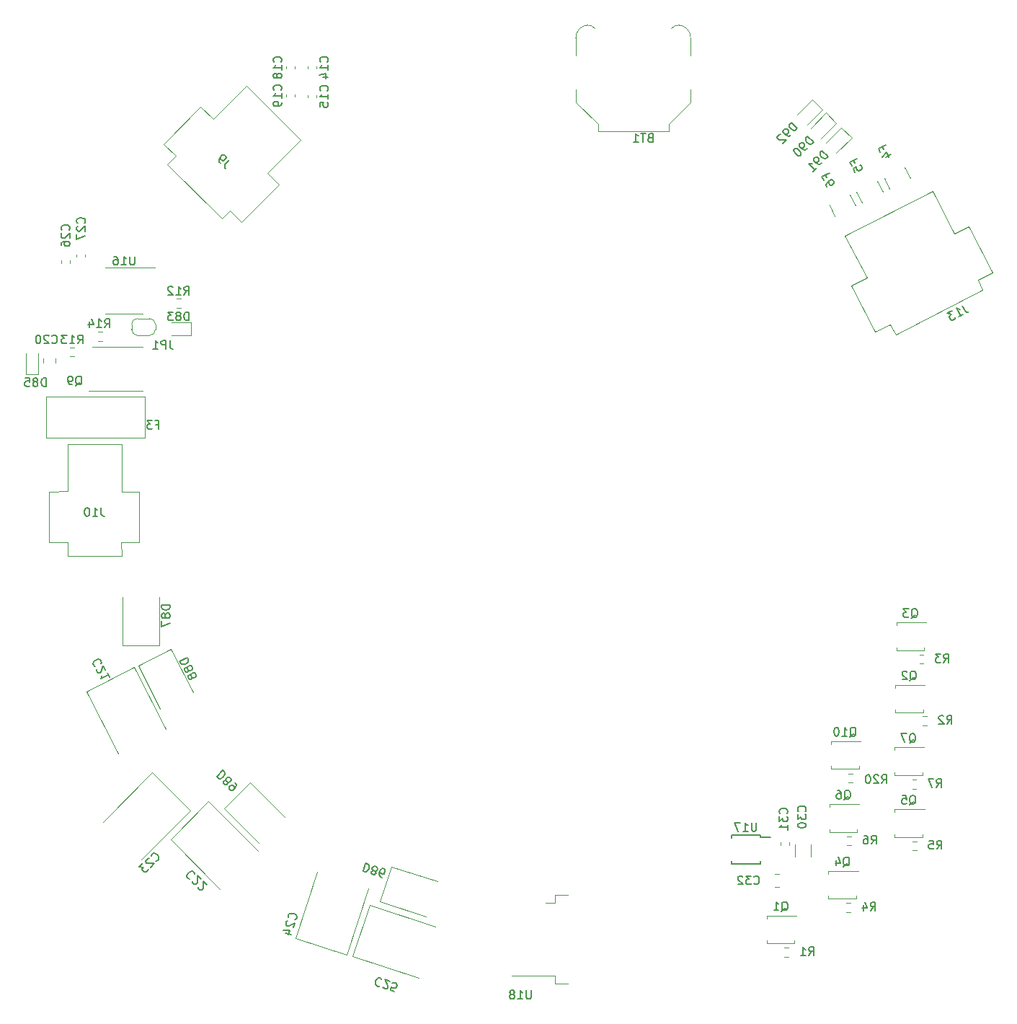
<source format=gbr>
%TF.GenerationSoftware,KiCad,Pcbnew,(6.0.9)*%
%TF.CreationDate,2022-12-31T16:19:11-08:00*%
%TF.ProjectId,LEDArray,4c454441-7272-4617-992e-6b696361645f,rev?*%
%TF.SameCoordinates,Original*%
%TF.FileFunction,Legend,Bot*%
%TF.FilePolarity,Positive*%
%FSLAX46Y46*%
G04 Gerber Fmt 4.6, Leading zero omitted, Abs format (unit mm)*
G04 Created by KiCad (PCBNEW (6.0.9)) date 2022-12-31 16:19:11*
%MOMM*%
%LPD*%
G01*
G04 APERTURE LIST*
%ADD10C,0.150000*%
%ADD11C,0.120000*%
G04 APERTURE END LIST*
D10*
%TO.C,J10*%
X166559523Y-83077380D02*
X166559523Y-83791666D01*
X166607142Y-83934523D01*
X166702380Y-84029761D01*
X166845238Y-84077380D01*
X166940476Y-84077380D01*
X165559523Y-84077380D02*
X166130952Y-84077380D01*
X165845238Y-84077380D02*
X165845238Y-83077380D01*
X165940476Y-83220238D01*
X166035714Y-83315476D01*
X166130952Y-83363095D01*
X164940476Y-83077380D02*
X164845238Y-83077380D01*
X164750000Y-83125000D01*
X164702380Y-83172619D01*
X164654761Y-83267857D01*
X164607142Y-83458333D01*
X164607142Y-83696428D01*
X164654761Y-83886904D01*
X164702380Y-83982142D01*
X164750000Y-84029761D01*
X164845238Y-84077380D01*
X164940476Y-84077380D01*
X165035714Y-84029761D01*
X165083333Y-83982142D01*
X165130952Y-83886904D01*
X165178571Y-83696428D01*
X165178571Y-83458333D01*
X165130952Y-83267857D01*
X165083333Y-83172619D01*
X165035714Y-83125000D01*
X164940476Y-83077380D01*
%TO.C,J13*%
X267684105Y-59325827D02*
X268008384Y-59962260D01*
X268115668Y-60067929D01*
X268243763Y-60109549D01*
X268392668Y-60087122D01*
X268477526Y-60043885D01*
X267247089Y-60670824D02*
X267756235Y-60411401D01*
X267501662Y-60541113D02*
X267047671Y-59650106D01*
X267197385Y-59734156D01*
X267325480Y-59775776D01*
X267431956Y-59774968D01*
X266496096Y-59931148D02*
X265944520Y-60212190D01*
X266414471Y-60400291D01*
X266287185Y-60465146D01*
X266223946Y-60550812D01*
X266203135Y-60614860D01*
X266203944Y-60721336D01*
X266312037Y-60933481D01*
X266397703Y-60996720D01*
X266461750Y-61017530D01*
X266568227Y-61016722D01*
X266822800Y-60887010D01*
X266886039Y-60801344D01*
X266906849Y-60737297D01*
%TO.C,J9*%
X181626480Y-42269923D02*
X181121404Y-42774999D01*
X181054060Y-42909686D01*
X181054060Y-43044373D01*
X181121404Y-43179060D01*
X181188747Y-43246403D01*
X180548984Y-42606640D02*
X180414297Y-42471953D01*
X180380625Y-42370938D01*
X180380625Y-42303594D01*
X180414297Y-42135236D01*
X180515312Y-41966877D01*
X180784686Y-41697503D01*
X180885701Y-41663831D01*
X180953045Y-41663831D01*
X181054060Y-41697503D01*
X181188747Y-41832190D01*
X181222419Y-41933205D01*
X181222419Y-42000549D01*
X181188747Y-42101564D01*
X181020388Y-42269923D01*
X180919373Y-42303594D01*
X180852030Y-42303594D01*
X180751014Y-42269923D01*
X180616327Y-42135236D01*
X180582656Y-42034220D01*
X180582656Y-41966877D01*
X180616327Y-41865862D01*
%TO.C,C31*%
X247107142Y-118982142D02*
X247154761Y-118934523D01*
X247202380Y-118791666D01*
X247202380Y-118696428D01*
X247154761Y-118553571D01*
X247059523Y-118458333D01*
X246964285Y-118410714D01*
X246773809Y-118363095D01*
X246630952Y-118363095D01*
X246440476Y-118410714D01*
X246345238Y-118458333D01*
X246250000Y-118553571D01*
X246202380Y-118696428D01*
X246202380Y-118791666D01*
X246250000Y-118934523D01*
X246297619Y-118982142D01*
X246202380Y-119315476D02*
X246202380Y-119934523D01*
X246583333Y-119601190D01*
X246583333Y-119744047D01*
X246630952Y-119839285D01*
X246678571Y-119886904D01*
X246773809Y-119934523D01*
X247011904Y-119934523D01*
X247107142Y-119886904D01*
X247154761Y-119839285D01*
X247202380Y-119744047D01*
X247202380Y-119458333D01*
X247154761Y-119363095D01*
X247107142Y-119315476D01*
X247202380Y-120886904D02*
X247202380Y-120315476D01*
X247202380Y-120601190D02*
X246202380Y-120601190D01*
X246345238Y-120505952D01*
X246440476Y-120410714D01*
X246488095Y-120315476D01*
%TO.C,BT1*%
X231035714Y-39603571D02*
X230892857Y-39651190D01*
X230845238Y-39698809D01*
X230797619Y-39794047D01*
X230797619Y-39936904D01*
X230845238Y-40032142D01*
X230892857Y-40079761D01*
X230988095Y-40127380D01*
X231369047Y-40127380D01*
X231369047Y-39127380D01*
X231035714Y-39127380D01*
X230940476Y-39175000D01*
X230892857Y-39222619D01*
X230845238Y-39317857D01*
X230845238Y-39413095D01*
X230892857Y-39508333D01*
X230940476Y-39555952D01*
X231035714Y-39603571D01*
X231369047Y-39603571D01*
X230511904Y-39127380D02*
X229940476Y-39127380D01*
X230226190Y-40127380D02*
X230226190Y-39127380D01*
X229083333Y-40127380D02*
X229654761Y-40127380D01*
X229369047Y-40127380D02*
X229369047Y-39127380D01*
X229464285Y-39270238D01*
X229559523Y-39365476D01*
X229654761Y-39413095D01*
%TO.C,C30*%
X249257142Y-118732142D02*
X249304761Y-118684523D01*
X249352380Y-118541666D01*
X249352380Y-118446428D01*
X249304761Y-118303571D01*
X249209523Y-118208333D01*
X249114285Y-118160714D01*
X248923809Y-118113095D01*
X248780952Y-118113095D01*
X248590476Y-118160714D01*
X248495238Y-118208333D01*
X248400000Y-118303571D01*
X248352380Y-118446428D01*
X248352380Y-118541666D01*
X248400000Y-118684523D01*
X248447619Y-118732142D01*
X248352380Y-119065476D02*
X248352380Y-119684523D01*
X248733333Y-119351190D01*
X248733333Y-119494047D01*
X248780952Y-119589285D01*
X248828571Y-119636904D01*
X248923809Y-119684523D01*
X249161904Y-119684523D01*
X249257142Y-119636904D01*
X249304761Y-119589285D01*
X249352380Y-119494047D01*
X249352380Y-119208333D01*
X249304761Y-119113095D01*
X249257142Y-119065476D01*
X248352380Y-120303571D02*
X248352380Y-120398809D01*
X248400000Y-120494047D01*
X248447619Y-120541666D01*
X248542857Y-120589285D01*
X248733333Y-120636904D01*
X248971428Y-120636904D01*
X249161904Y-120589285D01*
X249257142Y-120541666D01*
X249304761Y-120494047D01*
X249352380Y-120398809D01*
X249352380Y-120303571D01*
X249304761Y-120208333D01*
X249257142Y-120160714D01*
X249161904Y-120113095D01*
X248971428Y-120065476D01*
X248733333Y-120065476D01*
X248542857Y-120113095D01*
X248447619Y-120160714D01*
X248400000Y-120208333D01*
X248352380Y-120303571D01*
%TO.C,C24*%
X189338316Y-131448969D02*
X189398320Y-131418396D01*
X189487754Y-131297246D01*
X189517184Y-131206669D01*
X189516041Y-131056089D01*
X189454894Y-130936082D01*
X189379032Y-130861363D01*
X189212594Y-130757214D01*
X189076729Y-130713069D01*
X188880860Y-130699497D01*
X188775568Y-130715355D01*
X188655561Y-130776502D01*
X188566127Y-130897652D01*
X188536697Y-130988229D01*
X188537840Y-131138809D01*
X188568413Y-131198813D01*
X188450693Y-131561120D02*
X188390689Y-131591693D01*
X188315971Y-131667555D01*
X188242395Y-131893997D01*
X188258253Y-131999289D01*
X188288827Y-132059292D01*
X188364688Y-132134011D01*
X188455265Y-132163441D01*
X188605845Y-132162298D01*
X189325887Y-131795418D01*
X189134591Y-132384168D01*
X188235682Y-132993348D02*
X188869720Y-133199359D01*
X187946950Y-132649185D02*
X188699852Y-132643469D01*
X188508555Y-133232218D01*
%TO.C,U16*%
X170488095Y-53577380D02*
X170488095Y-54386904D01*
X170440476Y-54482142D01*
X170392857Y-54529761D01*
X170297619Y-54577380D01*
X170107142Y-54577380D01*
X170011904Y-54529761D01*
X169964285Y-54482142D01*
X169916666Y-54386904D01*
X169916666Y-53577380D01*
X168916666Y-54577380D02*
X169488095Y-54577380D01*
X169202380Y-54577380D02*
X169202380Y-53577380D01*
X169297619Y-53720238D01*
X169392857Y-53815476D01*
X169488095Y-53863095D01*
X168059523Y-53577380D02*
X168250000Y-53577380D01*
X168345238Y-53625000D01*
X168392857Y-53672619D01*
X168488095Y-53815476D01*
X168535714Y-54005952D01*
X168535714Y-54386904D01*
X168488095Y-54482142D01*
X168440476Y-54529761D01*
X168345238Y-54577380D01*
X168154761Y-54577380D01*
X168059523Y-54529761D01*
X168011904Y-54482142D01*
X167964285Y-54386904D01*
X167964285Y-54148809D01*
X168011904Y-54053571D01*
X168059523Y-54005952D01*
X168154761Y-53958333D01*
X168345238Y-53958333D01*
X168440476Y-54005952D01*
X168488095Y-54053571D01*
X168535714Y-54148809D01*
%TO.C,C21*%
X166551365Y-101315070D02*
X166572175Y-101251023D01*
X166549748Y-101102117D01*
X166506511Y-101017260D01*
X166399227Y-100911592D01*
X166271132Y-100869971D01*
X166164655Y-100870779D01*
X165973321Y-100914825D01*
X165846035Y-100979681D01*
X165697938Y-101108584D01*
X165634698Y-101194250D01*
X165593078Y-101322345D01*
X165615505Y-101471250D01*
X165658742Y-101556108D01*
X165766027Y-101661776D01*
X165830074Y-101682586D01*
X166003023Y-102022017D02*
X165982213Y-102086065D01*
X165983021Y-102192541D01*
X166091114Y-102404686D01*
X166176780Y-102467925D01*
X166240827Y-102488735D01*
X166347304Y-102487927D01*
X166432162Y-102444690D01*
X166537830Y-102337405D01*
X166787553Y-101568835D01*
X167068595Y-102120411D01*
X167500967Y-102968988D02*
X167241544Y-102459842D01*
X167371255Y-102714415D02*
X166480249Y-103168405D01*
X166564298Y-103018692D01*
X166605919Y-102890597D01*
X166605110Y-102784121D01*
%TO.C,Q10*%
X254491428Y-109967619D02*
X254586666Y-109920000D01*
X254681904Y-109824761D01*
X254824761Y-109681904D01*
X254920000Y-109634285D01*
X255015238Y-109634285D01*
X254967619Y-109872380D02*
X255062857Y-109824761D01*
X255158095Y-109729523D01*
X255205714Y-109539047D01*
X255205714Y-109205714D01*
X255158095Y-109015238D01*
X255062857Y-108920000D01*
X254967619Y-108872380D01*
X254777142Y-108872380D01*
X254681904Y-108920000D01*
X254586666Y-109015238D01*
X254539047Y-109205714D01*
X254539047Y-109539047D01*
X254586666Y-109729523D01*
X254681904Y-109824761D01*
X254777142Y-109872380D01*
X254967619Y-109872380D01*
X253586666Y-109872380D02*
X254158095Y-109872380D01*
X253872380Y-109872380D02*
X253872380Y-108872380D01*
X253967619Y-109015238D01*
X254062857Y-109110476D01*
X254158095Y-109158095D01*
X252967619Y-108872380D02*
X252872380Y-108872380D01*
X252777142Y-108920000D01*
X252729523Y-108967619D01*
X252681904Y-109062857D01*
X252634285Y-109253333D01*
X252634285Y-109491428D01*
X252681904Y-109681904D01*
X252729523Y-109777142D01*
X252777142Y-109824761D01*
X252872380Y-109872380D01*
X252967619Y-109872380D01*
X253062857Y-109824761D01*
X253110476Y-109777142D01*
X253158095Y-109681904D01*
X253205714Y-109491428D01*
X253205714Y-109253333D01*
X253158095Y-109062857D01*
X253110476Y-108967619D01*
X253062857Y-108920000D01*
X252967619Y-108872380D01*
%TO.C,R14*%
X166967857Y-61927380D02*
X167301190Y-61451190D01*
X167539285Y-61927380D02*
X167539285Y-60927380D01*
X167158333Y-60927380D01*
X167063095Y-60975000D01*
X167015476Y-61022619D01*
X166967857Y-61117857D01*
X166967857Y-61260714D01*
X167015476Y-61355952D01*
X167063095Y-61403571D01*
X167158333Y-61451190D01*
X167539285Y-61451190D01*
X166015476Y-61927380D02*
X166586904Y-61927380D01*
X166301190Y-61927380D02*
X166301190Y-60927380D01*
X166396428Y-61070238D01*
X166491666Y-61165476D01*
X166586904Y-61213095D01*
X165158333Y-61260714D02*
X165158333Y-61927380D01*
X165396428Y-60879761D02*
X165634523Y-61594047D01*
X165015476Y-61594047D01*
%TO.C,C32*%
X243242857Y-127207142D02*
X243290476Y-127254761D01*
X243433333Y-127302380D01*
X243528571Y-127302380D01*
X243671428Y-127254761D01*
X243766666Y-127159523D01*
X243814285Y-127064285D01*
X243861904Y-126873809D01*
X243861904Y-126730952D01*
X243814285Y-126540476D01*
X243766666Y-126445238D01*
X243671428Y-126350000D01*
X243528571Y-126302380D01*
X243433333Y-126302380D01*
X243290476Y-126350000D01*
X243242857Y-126397619D01*
X242909523Y-126302380D02*
X242290476Y-126302380D01*
X242623809Y-126683333D01*
X242480952Y-126683333D01*
X242385714Y-126730952D01*
X242338095Y-126778571D01*
X242290476Y-126873809D01*
X242290476Y-127111904D01*
X242338095Y-127207142D01*
X242385714Y-127254761D01*
X242480952Y-127302380D01*
X242766666Y-127302380D01*
X242861904Y-127254761D01*
X242909523Y-127207142D01*
X241909523Y-126397619D02*
X241861904Y-126350000D01*
X241766666Y-126302380D01*
X241528571Y-126302380D01*
X241433333Y-126350000D01*
X241385714Y-126397619D01*
X241338095Y-126492857D01*
X241338095Y-126588095D01*
X241385714Y-126730952D01*
X241957142Y-127302380D01*
X241338095Y-127302380D01*
%TO.C,D85*%
X160064285Y-68827380D02*
X160064285Y-67827380D01*
X159826190Y-67827380D01*
X159683333Y-67875000D01*
X159588095Y-67970238D01*
X159540476Y-68065476D01*
X159492857Y-68255952D01*
X159492857Y-68398809D01*
X159540476Y-68589285D01*
X159588095Y-68684523D01*
X159683333Y-68779761D01*
X159826190Y-68827380D01*
X160064285Y-68827380D01*
X158921428Y-68255952D02*
X159016666Y-68208333D01*
X159064285Y-68160714D01*
X159111904Y-68065476D01*
X159111904Y-68017857D01*
X159064285Y-67922619D01*
X159016666Y-67875000D01*
X158921428Y-67827380D01*
X158730952Y-67827380D01*
X158635714Y-67875000D01*
X158588095Y-67922619D01*
X158540476Y-68017857D01*
X158540476Y-68065476D01*
X158588095Y-68160714D01*
X158635714Y-68208333D01*
X158730952Y-68255952D01*
X158921428Y-68255952D01*
X159016666Y-68303571D01*
X159064285Y-68351190D01*
X159111904Y-68446428D01*
X159111904Y-68636904D01*
X159064285Y-68732142D01*
X159016666Y-68779761D01*
X158921428Y-68827380D01*
X158730952Y-68827380D01*
X158635714Y-68779761D01*
X158588095Y-68732142D01*
X158540476Y-68636904D01*
X158540476Y-68446428D01*
X158588095Y-68351190D01*
X158635714Y-68303571D01*
X158730952Y-68255952D01*
X157635714Y-67827380D02*
X158111904Y-67827380D01*
X158159523Y-68303571D01*
X158111904Y-68255952D01*
X158016666Y-68208333D01*
X157778571Y-68208333D01*
X157683333Y-68255952D01*
X157635714Y-68303571D01*
X157588095Y-68398809D01*
X157588095Y-68636904D01*
X157635714Y-68732142D01*
X157683333Y-68779761D01*
X157778571Y-68827380D01*
X158016666Y-68827380D01*
X158111904Y-68779761D01*
X158159523Y-68732142D01*
%TO.C,D89*%
X180836251Y-113921488D02*
X180129145Y-114628595D01*
X180297503Y-114796954D01*
X180432190Y-114864297D01*
X180566877Y-114864297D01*
X180667893Y-114830625D01*
X180836251Y-114729610D01*
X180937267Y-114628595D01*
X181038282Y-114460236D01*
X181071954Y-114359221D01*
X181071954Y-114224534D01*
X181004610Y-114089847D01*
X180836251Y-113921488D01*
X181240312Y-115133671D02*
X181139297Y-115100000D01*
X181071954Y-115100000D01*
X180970938Y-115133671D01*
X180937267Y-115167343D01*
X180903595Y-115268358D01*
X180903595Y-115335702D01*
X180937267Y-115436717D01*
X181071954Y-115571404D01*
X181172969Y-115605076D01*
X181240312Y-115605076D01*
X181341328Y-115571404D01*
X181375000Y-115537732D01*
X181408671Y-115436717D01*
X181408671Y-115369374D01*
X181375000Y-115268358D01*
X181240312Y-115133671D01*
X181206641Y-115032656D01*
X181206641Y-114965312D01*
X181240312Y-114864297D01*
X181375000Y-114729610D01*
X181476015Y-114695938D01*
X181543358Y-114695938D01*
X181644374Y-114729610D01*
X181779061Y-114864297D01*
X181812732Y-114965312D01*
X181812732Y-115032656D01*
X181779061Y-115133671D01*
X181644374Y-115268358D01*
X181543358Y-115302030D01*
X181476015Y-115302030D01*
X181375000Y-115268358D01*
X182250465Y-115335702D02*
X182385152Y-115470389D01*
X182418824Y-115571404D01*
X182418824Y-115638748D01*
X182385152Y-115807106D01*
X182284137Y-115975465D01*
X182014763Y-116244839D01*
X181913748Y-116278511D01*
X181846404Y-116278511D01*
X181745389Y-116244839D01*
X181610702Y-116110152D01*
X181577030Y-116009137D01*
X181577030Y-115941793D01*
X181610702Y-115840778D01*
X181779061Y-115672419D01*
X181880076Y-115638748D01*
X181947419Y-115638748D01*
X182048435Y-115672419D01*
X182183122Y-115807106D01*
X182216793Y-115908122D01*
X182216793Y-115975465D01*
X182183122Y-116076480D01*
%TO.C,U17*%
X243513095Y-120052380D02*
X243513095Y-120861904D01*
X243465476Y-120957142D01*
X243417857Y-121004761D01*
X243322619Y-121052380D01*
X243132142Y-121052380D01*
X243036904Y-121004761D01*
X242989285Y-120957142D01*
X242941666Y-120861904D01*
X242941666Y-120052380D01*
X241941666Y-121052380D02*
X242513095Y-121052380D01*
X242227380Y-121052380D02*
X242227380Y-120052380D01*
X242322619Y-120195238D01*
X242417857Y-120290476D01*
X242513095Y-120338095D01*
X241608333Y-120052380D02*
X240941666Y-120052380D01*
X241370238Y-121052380D01*
%TO.C,Q3*%
X261695238Y-96047619D02*
X261790476Y-96000000D01*
X261885714Y-95904761D01*
X262028571Y-95761904D01*
X262123809Y-95714285D01*
X262219047Y-95714285D01*
X262171428Y-95952380D02*
X262266666Y-95904761D01*
X262361904Y-95809523D01*
X262409523Y-95619047D01*
X262409523Y-95285714D01*
X262361904Y-95095238D01*
X262266666Y-95000000D01*
X262171428Y-94952380D01*
X261980952Y-94952380D01*
X261885714Y-95000000D01*
X261790476Y-95095238D01*
X261742857Y-95285714D01*
X261742857Y-95619047D01*
X261790476Y-95809523D01*
X261885714Y-95904761D01*
X261980952Y-95952380D01*
X262171428Y-95952380D01*
X261409523Y-94952380D02*
X260790476Y-94952380D01*
X261123809Y-95333333D01*
X260980952Y-95333333D01*
X260885714Y-95380952D01*
X260838095Y-95428571D01*
X260790476Y-95523809D01*
X260790476Y-95761904D01*
X260838095Y-95857142D01*
X260885714Y-95904761D01*
X260980952Y-95952380D01*
X261266666Y-95952380D01*
X261361904Y-95904761D01*
X261409523Y-95857142D01*
%TO.C,Q6*%
X253820238Y-117347619D02*
X253915476Y-117300000D01*
X254010714Y-117204761D01*
X254153571Y-117061904D01*
X254248809Y-117014285D01*
X254344047Y-117014285D01*
X254296428Y-117252380D02*
X254391666Y-117204761D01*
X254486904Y-117109523D01*
X254534523Y-116919047D01*
X254534523Y-116585714D01*
X254486904Y-116395238D01*
X254391666Y-116300000D01*
X254296428Y-116252380D01*
X254105952Y-116252380D01*
X254010714Y-116300000D01*
X253915476Y-116395238D01*
X253867857Y-116585714D01*
X253867857Y-116919047D01*
X253915476Y-117109523D01*
X254010714Y-117204761D01*
X254105952Y-117252380D01*
X254296428Y-117252380D01*
X253010714Y-116252380D02*
X253201190Y-116252380D01*
X253296428Y-116300000D01*
X253344047Y-116347619D01*
X253439285Y-116490476D01*
X253486904Y-116680952D01*
X253486904Y-117061904D01*
X253439285Y-117157142D01*
X253391666Y-117204761D01*
X253296428Y-117252380D01*
X253105952Y-117252380D01*
X253010714Y-117204761D01*
X252963095Y-117157142D01*
X252915476Y-117061904D01*
X252915476Y-116823809D01*
X252963095Y-116728571D01*
X253010714Y-116680952D01*
X253105952Y-116633333D01*
X253296428Y-116633333D01*
X253391666Y-116680952D01*
X253439285Y-116728571D01*
X253486904Y-116823809D01*
%TO.C,Q4*%
X253720238Y-125197619D02*
X253815476Y-125150000D01*
X253910714Y-125054761D01*
X254053571Y-124911904D01*
X254148809Y-124864285D01*
X254244047Y-124864285D01*
X254196428Y-125102380D02*
X254291666Y-125054761D01*
X254386904Y-124959523D01*
X254434523Y-124769047D01*
X254434523Y-124435714D01*
X254386904Y-124245238D01*
X254291666Y-124150000D01*
X254196428Y-124102380D01*
X254005952Y-124102380D01*
X253910714Y-124150000D01*
X253815476Y-124245238D01*
X253767857Y-124435714D01*
X253767857Y-124769047D01*
X253815476Y-124959523D01*
X253910714Y-125054761D01*
X254005952Y-125102380D01*
X254196428Y-125102380D01*
X252910714Y-124435714D02*
X252910714Y-125102380D01*
X253148809Y-124054761D02*
X253386904Y-124769047D01*
X252767857Y-124769047D01*
%TO.C,JP1*%
X174633333Y-63427380D02*
X174633333Y-64141666D01*
X174680952Y-64284523D01*
X174776190Y-64379761D01*
X174919047Y-64427380D01*
X175014285Y-64427380D01*
X174157142Y-64427380D02*
X174157142Y-63427380D01*
X173776190Y-63427380D01*
X173680952Y-63475000D01*
X173633333Y-63522619D01*
X173585714Y-63617857D01*
X173585714Y-63760714D01*
X173633333Y-63855952D01*
X173680952Y-63903571D01*
X173776190Y-63951190D01*
X174157142Y-63951190D01*
X172633333Y-64427380D02*
X173204761Y-64427380D01*
X172919047Y-64427380D02*
X172919047Y-63427380D01*
X173014285Y-63570238D01*
X173109523Y-63665476D01*
X173204761Y-63713095D01*
%TO.C,Q5*%
X261502738Y-117942619D02*
X261597976Y-117895000D01*
X261693214Y-117799761D01*
X261836071Y-117656904D01*
X261931309Y-117609285D01*
X262026547Y-117609285D01*
X261978928Y-117847380D02*
X262074166Y-117799761D01*
X262169404Y-117704523D01*
X262217023Y-117514047D01*
X262217023Y-117180714D01*
X262169404Y-116990238D01*
X262074166Y-116895000D01*
X261978928Y-116847380D01*
X261788452Y-116847380D01*
X261693214Y-116895000D01*
X261597976Y-116990238D01*
X261550357Y-117180714D01*
X261550357Y-117514047D01*
X261597976Y-117704523D01*
X261693214Y-117799761D01*
X261788452Y-117847380D01*
X261978928Y-117847380D01*
X260645595Y-116847380D02*
X261121785Y-116847380D01*
X261169404Y-117323571D01*
X261121785Y-117275952D01*
X261026547Y-117228333D01*
X260788452Y-117228333D01*
X260693214Y-117275952D01*
X260645595Y-117323571D01*
X260597976Y-117418809D01*
X260597976Y-117656904D01*
X260645595Y-117752142D01*
X260693214Y-117799761D01*
X260788452Y-117847380D01*
X261026547Y-117847380D01*
X261121785Y-117799761D01*
X261169404Y-117752142D01*
%TO.C,R2*%
X265891666Y-108477380D02*
X266225000Y-108001190D01*
X266463095Y-108477380D02*
X266463095Y-107477380D01*
X266082142Y-107477380D01*
X265986904Y-107525000D01*
X265939285Y-107572619D01*
X265891666Y-107667857D01*
X265891666Y-107810714D01*
X265939285Y-107905952D01*
X265986904Y-107953571D01*
X266082142Y-108001190D01*
X266463095Y-108001190D01*
X265510714Y-107572619D02*
X265463095Y-107525000D01*
X265367857Y-107477380D01*
X265129761Y-107477380D01*
X265034523Y-107525000D01*
X264986904Y-107572619D01*
X264939285Y-107667857D01*
X264939285Y-107763095D01*
X264986904Y-107905952D01*
X265558333Y-108477380D01*
X264939285Y-108477380D01*
%TO.C,D91*%
X251928511Y-41836251D02*
X251221404Y-41129145D01*
X251053045Y-41297503D01*
X250985702Y-41432190D01*
X250985702Y-41566877D01*
X251019374Y-41667893D01*
X251120389Y-41836251D01*
X251221404Y-41937267D01*
X251389763Y-42038282D01*
X251490778Y-42071954D01*
X251625465Y-42071954D01*
X251760152Y-42004610D01*
X251928511Y-41836251D01*
X251187732Y-42577030D02*
X251053045Y-42711717D01*
X250952030Y-42745389D01*
X250884687Y-42745389D01*
X250716328Y-42711717D01*
X250547969Y-42610702D01*
X250278595Y-42341328D01*
X250244923Y-42240312D01*
X250244923Y-42172969D01*
X250278595Y-42071954D01*
X250413282Y-41937267D01*
X250514297Y-41903595D01*
X250581641Y-41903595D01*
X250682656Y-41937267D01*
X250851015Y-42105625D01*
X250884687Y-42206641D01*
X250884687Y-42273984D01*
X250851015Y-42375000D01*
X250716328Y-42509687D01*
X250615312Y-42543358D01*
X250547969Y-42543358D01*
X250446954Y-42509687D01*
X250177580Y-43587183D02*
X250581641Y-43183122D01*
X250379610Y-43385152D02*
X249672503Y-42678045D01*
X249840862Y-42711717D01*
X249975549Y-42711717D01*
X250076564Y-42678045D01*
%TO.C,R4*%
X256921665Y-130407380D02*
X257254999Y-129931190D01*
X257493094Y-130407380D02*
X257493094Y-129407380D01*
X257112141Y-129407380D01*
X257016903Y-129455000D01*
X256969284Y-129502619D01*
X256921665Y-129597857D01*
X256921665Y-129740714D01*
X256969284Y-129835952D01*
X257016903Y-129883571D01*
X257112141Y-129931190D01*
X257493094Y-129931190D01*
X256064522Y-129740714D02*
X256064522Y-130407380D01*
X256302618Y-129359761D02*
X256540713Y-130074047D01*
X255921665Y-130074047D01*
%TO.C,Q1*%
X246465238Y-130442619D02*
X246560476Y-130395000D01*
X246655714Y-130299761D01*
X246798571Y-130156904D01*
X246893809Y-130109285D01*
X246989047Y-130109285D01*
X246941428Y-130347380D02*
X247036666Y-130299761D01*
X247131904Y-130204523D01*
X247179523Y-130014047D01*
X247179523Y-129680714D01*
X247131904Y-129490238D01*
X247036666Y-129395000D01*
X246941428Y-129347380D01*
X246750952Y-129347380D01*
X246655714Y-129395000D01*
X246560476Y-129490238D01*
X246512857Y-129680714D01*
X246512857Y-130014047D01*
X246560476Y-130204523D01*
X246655714Y-130299761D01*
X246750952Y-130347380D01*
X246941428Y-130347380D01*
X245560476Y-130347380D02*
X246131904Y-130347380D01*
X245846190Y-130347380D02*
X245846190Y-129347380D01*
X245941428Y-129490238D01*
X246036666Y-129585476D01*
X246131904Y-129633095D01*
%TO.C,C27*%
X164582142Y-49657142D02*
X164629761Y-49609523D01*
X164677380Y-49466666D01*
X164677380Y-49371428D01*
X164629761Y-49228571D01*
X164534523Y-49133333D01*
X164439285Y-49085714D01*
X164248809Y-49038095D01*
X164105952Y-49038095D01*
X163915476Y-49085714D01*
X163820238Y-49133333D01*
X163725000Y-49228571D01*
X163677380Y-49371428D01*
X163677380Y-49466666D01*
X163725000Y-49609523D01*
X163772619Y-49657142D01*
X163772619Y-50038095D02*
X163725000Y-50085714D01*
X163677380Y-50180952D01*
X163677380Y-50419047D01*
X163725000Y-50514285D01*
X163772619Y-50561904D01*
X163867857Y-50609523D01*
X163963095Y-50609523D01*
X164105952Y-50561904D01*
X164677380Y-49990476D01*
X164677380Y-50609523D01*
X163677380Y-50942857D02*
X163677380Y-51609523D01*
X164677380Y-51180952D01*
%TO.C,F4*%
X258435026Y-41010425D02*
X258283696Y-40713423D01*
X258750414Y-40475618D02*
X257859407Y-40929609D01*
X258075593Y-41353898D01*
X258740111Y-41923859D02*
X259334116Y-41621198D01*
X258292587Y-41884663D02*
X258820927Y-41348240D01*
X259101969Y-41899815D01*
%TO.C,C14*%
X193137142Y-30732142D02*
X193184761Y-30684523D01*
X193232380Y-30541666D01*
X193232380Y-30446428D01*
X193184761Y-30303571D01*
X193089523Y-30208333D01*
X192994285Y-30160714D01*
X192803809Y-30113095D01*
X192660952Y-30113095D01*
X192470476Y-30160714D01*
X192375238Y-30208333D01*
X192280000Y-30303571D01*
X192232380Y-30446428D01*
X192232380Y-30541666D01*
X192280000Y-30684523D01*
X192327619Y-30732142D01*
X193232380Y-31684523D02*
X193232380Y-31113095D01*
X193232380Y-31398809D02*
X192232380Y-31398809D01*
X192375238Y-31303571D01*
X192470476Y-31208333D01*
X192518095Y-31113095D01*
X192565714Y-32541666D02*
X193232380Y-32541666D01*
X192184761Y-32303571D02*
X192899047Y-32065476D01*
X192899047Y-32684523D01*
%TO.C,C20*%
X160767857Y-63707142D02*
X160815476Y-63754761D01*
X160958333Y-63802380D01*
X161053571Y-63802380D01*
X161196428Y-63754761D01*
X161291666Y-63659523D01*
X161339285Y-63564285D01*
X161386904Y-63373809D01*
X161386904Y-63230952D01*
X161339285Y-63040476D01*
X161291666Y-62945238D01*
X161196428Y-62850000D01*
X161053571Y-62802380D01*
X160958333Y-62802380D01*
X160815476Y-62850000D01*
X160767857Y-62897619D01*
X160386904Y-62897619D02*
X160339285Y-62850000D01*
X160244047Y-62802380D01*
X160005952Y-62802380D01*
X159910714Y-62850000D01*
X159863095Y-62897619D01*
X159815476Y-62992857D01*
X159815476Y-63088095D01*
X159863095Y-63230952D01*
X160434523Y-63802380D01*
X159815476Y-63802380D01*
X159196428Y-62802380D02*
X159101190Y-62802380D01*
X159005952Y-62850000D01*
X158958333Y-62897619D01*
X158910714Y-62992857D01*
X158863095Y-63183333D01*
X158863095Y-63421428D01*
X158910714Y-63611904D01*
X158958333Y-63707142D01*
X159005952Y-63754761D01*
X159101190Y-63802380D01*
X159196428Y-63802380D01*
X159291666Y-63754761D01*
X159339285Y-63707142D01*
X159386904Y-63611904D01*
X159434523Y-63421428D01*
X159434523Y-63183333D01*
X159386904Y-62992857D01*
X159339285Y-62897619D01*
X159291666Y-62850000D01*
X159196428Y-62802380D01*
%TO.C,R7*%
X264679165Y-115907380D02*
X265012499Y-115431190D01*
X265250594Y-115907380D02*
X265250594Y-114907380D01*
X264869641Y-114907380D01*
X264774403Y-114955000D01*
X264726784Y-115002619D01*
X264679165Y-115097857D01*
X264679165Y-115240714D01*
X264726784Y-115335952D01*
X264774403Y-115383571D01*
X264869641Y-115431190D01*
X265250594Y-115431190D01*
X264345832Y-114907380D02*
X263679165Y-114907380D01*
X264107737Y-115907380D01*
%TO.C,C26*%
X162757142Y-50457142D02*
X162804761Y-50409523D01*
X162852380Y-50266666D01*
X162852380Y-50171428D01*
X162804761Y-50028571D01*
X162709523Y-49933333D01*
X162614285Y-49885714D01*
X162423809Y-49838095D01*
X162280952Y-49838095D01*
X162090476Y-49885714D01*
X161995238Y-49933333D01*
X161900000Y-50028571D01*
X161852380Y-50171428D01*
X161852380Y-50266666D01*
X161900000Y-50409523D01*
X161947619Y-50457142D01*
X161947619Y-50838095D02*
X161900000Y-50885714D01*
X161852380Y-50980952D01*
X161852380Y-51219047D01*
X161900000Y-51314285D01*
X161947619Y-51361904D01*
X162042857Y-51409523D01*
X162138095Y-51409523D01*
X162280952Y-51361904D01*
X162852380Y-50790476D01*
X162852380Y-51409523D01*
X161852380Y-52266666D02*
X161852380Y-52076190D01*
X161900000Y-51980952D01*
X161947619Y-51933333D01*
X162090476Y-51838095D01*
X162280952Y-51790476D01*
X162661904Y-51790476D01*
X162757142Y-51838095D01*
X162804761Y-51885714D01*
X162852380Y-51980952D01*
X162852380Y-52171428D01*
X162804761Y-52266666D01*
X162757142Y-52314285D01*
X162661904Y-52361904D01*
X162423809Y-52361904D01*
X162328571Y-52314285D01*
X162280952Y-52266666D01*
X162233333Y-52171428D01*
X162233333Y-51980952D01*
X162280952Y-51885714D01*
X162328571Y-51838095D01*
X162423809Y-51790476D01*
%TO.C,F3*%
X172983333Y-73303571D02*
X173316666Y-73303571D01*
X173316666Y-73827380D02*
X173316666Y-72827380D01*
X172840476Y-72827380D01*
X172554761Y-72827380D02*
X171935714Y-72827380D01*
X172269047Y-73208333D01*
X172126190Y-73208333D01*
X172030952Y-73255952D01*
X171983333Y-73303571D01*
X171935714Y-73398809D01*
X171935714Y-73636904D01*
X171983333Y-73732142D01*
X172030952Y-73779761D01*
X172126190Y-73827380D01*
X172411904Y-73827380D01*
X172507142Y-73779761D01*
X172554761Y-73732142D01*
%TO.C,C18*%
X187677142Y-30732142D02*
X187724761Y-30684523D01*
X187772380Y-30541666D01*
X187772380Y-30446428D01*
X187724761Y-30303571D01*
X187629523Y-30208333D01*
X187534285Y-30160714D01*
X187343809Y-30113095D01*
X187200952Y-30113095D01*
X187010476Y-30160714D01*
X186915238Y-30208333D01*
X186820000Y-30303571D01*
X186772380Y-30446428D01*
X186772380Y-30541666D01*
X186820000Y-30684523D01*
X186867619Y-30732142D01*
X187772380Y-31684523D02*
X187772380Y-31113095D01*
X187772380Y-31398809D02*
X186772380Y-31398809D01*
X186915238Y-31303571D01*
X187010476Y-31208333D01*
X187058095Y-31113095D01*
X187200952Y-32255952D02*
X187153333Y-32160714D01*
X187105714Y-32113095D01*
X187010476Y-32065476D01*
X186962857Y-32065476D01*
X186867619Y-32113095D01*
X186820000Y-32160714D01*
X186772380Y-32255952D01*
X186772380Y-32446428D01*
X186820000Y-32541666D01*
X186867619Y-32589285D01*
X186962857Y-32636904D01*
X187010476Y-32636904D01*
X187105714Y-32589285D01*
X187153333Y-32541666D01*
X187200952Y-32446428D01*
X187200952Y-32255952D01*
X187248571Y-32160714D01*
X187296190Y-32113095D01*
X187391428Y-32065476D01*
X187581904Y-32065476D01*
X187677142Y-32113095D01*
X187724761Y-32160714D01*
X187772380Y-32255952D01*
X187772380Y-32446428D01*
X187724761Y-32541666D01*
X187677142Y-32589285D01*
X187581904Y-32636904D01*
X187391428Y-32636904D01*
X187296190Y-32589285D01*
X187248571Y-32541666D01*
X187200952Y-32446428D01*
%TO.C,D90*%
X250228511Y-40136252D02*
X249521404Y-39429146D01*
X249353045Y-39597504D01*
X249285702Y-39732191D01*
X249285702Y-39866878D01*
X249319374Y-39967894D01*
X249420389Y-40136252D01*
X249521404Y-40237268D01*
X249689763Y-40338283D01*
X249790778Y-40371955D01*
X249925465Y-40371955D01*
X250060152Y-40304611D01*
X250228511Y-40136252D01*
X249487732Y-40877031D02*
X249353045Y-41011718D01*
X249252030Y-41045390D01*
X249184687Y-41045390D01*
X249016328Y-41011718D01*
X248847969Y-40910703D01*
X248578595Y-40641329D01*
X248544923Y-40540313D01*
X248544923Y-40472970D01*
X248578595Y-40371955D01*
X248713282Y-40237268D01*
X248814297Y-40203596D01*
X248881641Y-40203596D01*
X248982656Y-40237268D01*
X249151015Y-40405626D01*
X249184687Y-40506642D01*
X249184687Y-40573985D01*
X249151015Y-40675001D01*
X249016328Y-40809688D01*
X248915312Y-40843359D01*
X248847969Y-40843359D01*
X248746954Y-40809688D01*
X248006175Y-40944375D02*
X247938832Y-41011718D01*
X247905160Y-41112733D01*
X247905160Y-41180077D01*
X247938832Y-41281092D01*
X248039847Y-41449451D01*
X248208206Y-41617810D01*
X248376564Y-41718825D01*
X248477580Y-41752497D01*
X248544923Y-41752497D01*
X248645938Y-41718825D01*
X248713282Y-41651481D01*
X248746954Y-41550466D01*
X248746954Y-41483123D01*
X248713282Y-41382107D01*
X248612267Y-41213749D01*
X248443908Y-41045390D01*
X248275549Y-40944375D01*
X248174534Y-40910703D01*
X248107190Y-40910703D01*
X248006175Y-40944375D01*
%TO.C,R13*%
X163792857Y-63797380D02*
X164126190Y-63321190D01*
X164364285Y-63797380D02*
X164364285Y-62797380D01*
X163983333Y-62797380D01*
X163888095Y-62845000D01*
X163840476Y-62892619D01*
X163792857Y-62987857D01*
X163792857Y-63130714D01*
X163840476Y-63225952D01*
X163888095Y-63273571D01*
X163983333Y-63321190D01*
X164364285Y-63321190D01*
X162840476Y-63797380D02*
X163411904Y-63797380D01*
X163126190Y-63797380D02*
X163126190Y-62797380D01*
X163221428Y-62940238D01*
X163316666Y-63035476D01*
X163411904Y-63083095D01*
X162507142Y-62797380D02*
X161888095Y-62797380D01*
X162221428Y-63178333D01*
X162078571Y-63178333D01*
X161983333Y-63225952D01*
X161935714Y-63273571D01*
X161888095Y-63368809D01*
X161888095Y-63606904D01*
X161935714Y-63702142D01*
X161983333Y-63749761D01*
X162078571Y-63797380D01*
X162364285Y-63797380D01*
X162459523Y-63749761D01*
X162507142Y-63702142D01*
%TO.C,R12*%
X176292857Y-58097380D02*
X176626190Y-57621190D01*
X176864285Y-58097380D02*
X176864285Y-57097380D01*
X176483333Y-57097380D01*
X176388095Y-57145000D01*
X176340476Y-57192619D01*
X176292857Y-57287857D01*
X176292857Y-57430714D01*
X176340476Y-57525952D01*
X176388095Y-57573571D01*
X176483333Y-57621190D01*
X176864285Y-57621190D01*
X175340476Y-58097380D02*
X175911904Y-58097380D01*
X175626190Y-58097380D02*
X175626190Y-57097380D01*
X175721428Y-57240238D01*
X175816666Y-57335476D01*
X175911904Y-57383095D01*
X174959523Y-57192619D02*
X174911904Y-57145000D01*
X174816666Y-57097380D01*
X174578571Y-57097380D01*
X174483333Y-57145000D01*
X174435714Y-57192619D01*
X174388095Y-57287857D01*
X174388095Y-57383095D01*
X174435714Y-57525952D01*
X175007142Y-58097380D01*
X174388095Y-58097380D01*
%TO.C,Q7*%
X261477738Y-110697619D02*
X261572976Y-110650000D01*
X261668214Y-110554761D01*
X261811071Y-110411904D01*
X261906309Y-110364285D01*
X262001547Y-110364285D01*
X261953928Y-110602380D02*
X262049166Y-110554761D01*
X262144404Y-110459523D01*
X262192023Y-110269047D01*
X262192023Y-109935714D01*
X262144404Y-109745238D01*
X262049166Y-109650000D01*
X261953928Y-109602380D01*
X261763452Y-109602380D01*
X261668214Y-109650000D01*
X261572976Y-109745238D01*
X261525357Y-109935714D01*
X261525357Y-110269047D01*
X261572976Y-110459523D01*
X261668214Y-110554761D01*
X261763452Y-110602380D01*
X261953928Y-110602380D01*
X261192023Y-109602380D02*
X260525357Y-109602380D01*
X260953928Y-110602380D01*
%TO.C,D92*%
X248328511Y-38536252D02*
X247621404Y-37829146D01*
X247453045Y-37997504D01*
X247385702Y-38132191D01*
X247385702Y-38266878D01*
X247419374Y-38367894D01*
X247520389Y-38536252D01*
X247621404Y-38637268D01*
X247789763Y-38738283D01*
X247890778Y-38771955D01*
X248025465Y-38771955D01*
X248160152Y-38704611D01*
X248328511Y-38536252D01*
X247587732Y-39277031D02*
X247453045Y-39411718D01*
X247352030Y-39445390D01*
X247284687Y-39445390D01*
X247116328Y-39411718D01*
X246947969Y-39310703D01*
X246678595Y-39041329D01*
X246644923Y-38940313D01*
X246644923Y-38872970D01*
X246678595Y-38771955D01*
X246813282Y-38637268D01*
X246914297Y-38603596D01*
X246981641Y-38603596D01*
X247082656Y-38637268D01*
X247251015Y-38805626D01*
X247284687Y-38906642D01*
X247284687Y-38973985D01*
X247251015Y-39075001D01*
X247116328Y-39209688D01*
X247015312Y-39243359D01*
X246947969Y-39243359D01*
X246846954Y-39209688D01*
X246341877Y-39243359D02*
X246274534Y-39243359D01*
X246173519Y-39277031D01*
X246005160Y-39445390D01*
X245971488Y-39546405D01*
X245971488Y-39613749D01*
X246005160Y-39714764D01*
X246072503Y-39782107D01*
X246207190Y-39849451D01*
X247015312Y-39849451D01*
X246577580Y-40287184D01*
%TO.C,D86*%
X197609939Y-124794525D02*
X197300922Y-125745581D01*
X197527364Y-125819157D01*
X197677944Y-125818014D01*
X197797951Y-125756867D01*
X197872670Y-125681005D01*
X197976818Y-125514567D01*
X198020964Y-125378702D01*
X198034536Y-125182833D01*
X198018677Y-125077541D01*
X197957531Y-124957534D01*
X197836381Y-124868100D01*
X197609939Y-124794525D01*
X198520279Y-125691148D02*
X198414987Y-125707006D01*
X198354984Y-125737579D01*
X198280265Y-125813441D01*
X198265550Y-125858730D01*
X198281408Y-125964021D01*
X198311982Y-126024025D01*
X198387843Y-126098744D01*
X198568997Y-126157604D01*
X198674289Y-126141746D01*
X198734292Y-126111172D01*
X198809011Y-126035311D01*
X198823726Y-125990022D01*
X198807868Y-125884730D01*
X198777294Y-125824727D01*
X198701433Y-125750008D01*
X198520279Y-125691148D01*
X198444417Y-125616429D01*
X198413844Y-125556426D01*
X198397986Y-125451134D01*
X198456846Y-125269980D01*
X198531565Y-125194119D01*
X198591568Y-125163545D01*
X198696860Y-125147687D01*
X198878014Y-125206547D01*
X198953876Y-125281266D01*
X198984449Y-125341269D01*
X199000307Y-125446561D01*
X198941447Y-125627715D01*
X198866728Y-125703577D01*
X198806725Y-125734150D01*
X198701433Y-125750008D01*
X199565342Y-126481336D02*
X199384188Y-126422476D01*
X199308327Y-126347757D01*
X199277753Y-126287754D01*
X199231322Y-126122458D01*
X199244894Y-125926589D01*
X199362614Y-125564282D01*
X199437333Y-125488420D01*
X199497336Y-125457847D01*
X199602628Y-125441989D01*
X199783782Y-125500849D01*
X199859644Y-125575568D01*
X199890217Y-125635571D01*
X199906075Y-125740863D01*
X199832500Y-125967305D01*
X199757781Y-126043167D01*
X199697778Y-126073740D01*
X199592486Y-126089599D01*
X199411332Y-126030738D01*
X199335470Y-125956020D01*
X199304897Y-125896016D01*
X199289039Y-125790724D01*
%TO.C,R3*%
X265516666Y-101252380D02*
X265850000Y-100776190D01*
X266088095Y-101252380D02*
X266088095Y-100252380D01*
X265707142Y-100252380D01*
X265611904Y-100300000D01*
X265564285Y-100347619D01*
X265516666Y-100442857D01*
X265516666Y-100585714D01*
X265564285Y-100680952D01*
X265611904Y-100728571D01*
X265707142Y-100776190D01*
X266088095Y-100776190D01*
X265183333Y-100252380D02*
X264564285Y-100252380D01*
X264897619Y-100633333D01*
X264754761Y-100633333D01*
X264659523Y-100680952D01*
X264611904Y-100728571D01*
X264564285Y-100823809D01*
X264564285Y-101061904D01*
X264611904Y-101157142D01*
X264659523Y-101204761D01*
X264754761Y-101252380D01*
X265040476Y-101252380D01*
X265135714Y-101204761D01*
X265183333Y-101157142D01*
%TO.C,F6*%
X251798987Y-44313522D02*
X251647657Y-44016520D01*
X252114375Y-43778715D02*
X251223368Y-44232706D01*
X251439554Y-44656995D01*
X251807070Y-45378286D02*
X251720596Y-45208570D01*
X251719787Y-45102094D01*
X251740598Y-45038046D01*
X251824647Y-44888333D01*
X251972744Y-44759430D01*
X252312175Y-44586481D01*
X252418651Y-44585673D01*
X252482699Y-44606483D01*
X252568365Y-44669722D01*
X252654839Y-44839438D01*
X252655648Y-44945914D01*
X252634837Y-45009961D01*
X252571598Y-45095627D01*
X252359454Y-45203720D01*
X252252978Y-45204529D01*
X252188930Y-45183718D01*
X252103264Y-45120479D01*
X252016790Y-44950764D01*
X252015981Y-44844287D01*
X252036792Y-44780240D01*
X252100031Y-44694574D01*
%TO.C,R6*%
X257021665Y-122557380D02*
X257354999Y-122081190D01*
X257593094Y-122557380D02*
X257593094Y-121557380D01*
X257212141Y-121557380D01*
X257116903Y-121605000D01*
X257069284Y-121652619D01*
X257021665Y-121747857D01*
X257021665Y-121890714D01*
X257069284Y-121985952D01*
X257116903Y-122033571D01*
X257212141Y-122081190D01*
X257593094Y-122081190D01*
X256164522Y-121557380D02*
X256354999Y-121557380D01*
X256450237Y-121605000D01*
X256497856Y-121652619D01*
X256593094Y-121795476D01*
X256640713Y-121985952D01*
X256640713Y-122366904D01*
X256593094Y-122462142D01*
X256545475Y-122509761D01*
X256450237Y-122557380D01*
X256259760Y-122557380D01*
X256164522Y-122509761D01*
X256116903Y-122462142D01*
X256069284Y-122366904D01*
X256069284Y-122128809D01*
X256116903Y-122033571D01*
X256164522Y-121985952D01*
X256259760Y-121938333D01*
X256450237Y-121938333D01*
X256545475Y-121985952D01*
X256593094Y-122033571D01*
X256640713Y-122128809D01*
%TO.C,C23*%
X172996535Y-124542171D02*
X173063879Y-124542171D01*
X173198566Y-124474827D01*
X173265909Y-124407484D01*
X173333253Y-124272797D01*
X173333253Y-124138110D01*
X173299581Y-124037095D01*
X173198566Y-123868736D01*
X173097551Y-123767721D01*
X172929192Y-123666705D01*
X172828177Y-123633034D01*
X172693490Y-123633034D01*
X172558803Y-123700377D01*
X172491459Y-123767721D01*
X172424116Y-123902408D01*
X172424116Y-123969751D01*
X172154741Y-124239125D02*
X172087398Y-124239125D01*
X171986383Y-124272797D01*
X171818024Y-124441156D01*
X171784352Y-124542171D01*
X171784352Y-124609514D01*
X171818024Y-124710530D01*
X171885367Y-124777873D01*
X172020054Y-124845217D01*
X172828177Y-124845217D01*
X172390444Y-125282950D01*
X171447635Y-124811545D02*
X171009902Y-125249278D01*
X171514978Y-125282950D01*
X171413963Y-125383965D01*
X171380291Y-125484980D01*
X171380291Y-125552324D01*
X171413963Y-125653339D01*
X171582322Y-125821698D01*
X171683337Y-125855369D01*
X171750680Y-125855369D01*
X171851696Y-125821698D01*
X172053726Y-125619667D01*
X172087398Y-125518652D01*
X172087398Y-125451308D01*
%TO.C,R1*%
X249666666Y-135652380D02*
X250000000Y-135176190D01*
X250238095Y-135652380D02*
X250238095Y-134652380D01*
X249857142Y-134652380D01*
X249761904Y-134700000D01*
X249714285Y-134747619D01*
X249666666Y-134842857D01*
X249666666Y-134985714D01*
X249714285Y-135080952D01*
X249761904Y-135128571D01*
X249857142Y-135176190D01*
X250238095Y-135176190D01*
X248714285Y-135652380D02*
X249285714Y-135652380D01*
X249000000Y-135652380D02*
X249000000Y-134652380D01*
X249095238Y-134795238D01*
X249190476Y-134890476D01*
X249285714Y-134938095D01*
%TO.C,D87*%
X174652380Y-94510714D02*
X173652380Y-94510714D01*
X173652380Y-94748809D01*
X173700000Y-94891666D01*
X173795238Y-94986904D01*
X173890476Y-95034523D01*
X174080952Y-95082142D01*
X174223809Y-95082142D01*
X174414285Y-95034523D01*
X174509523Y-94986904D01*
X174604761Y-94891666D01*
X174652380Y-94748809D01*
X174652380Y-94510714D01*
X174080952Y-95653571D02*
X174033333Y-95558333D01*
X173985714Y-95510714D01*
X173890476Y-95463095D01*
X173842857Y-95463095D01*
X173747619Y-95510714D01*
X173700000Y-95558333D01*
X173652380Y-95653571D01*
X173652380Y-95844047D01*
X173700000Y-95939285D01*
X173747619Y-95986904D01*
X173842857Y-96034523D01*
X173890476Y-96034523D01*
X173985714Y-95986904D01*
X174033333Y-95939285D01*
X174080952Y-95844047D01*
X174080952Y-95653571D01*
X174128571Y-95558333D01*
X174176190Y-95510714D01*
X174271428Y-95463095D01*
X174461904Y-95463095D01*
X174557142Y-95510714D01*
X174604761Y-95558333D01*
X174652380Y-95653571D01*
X174652380Y-95844047D01*
X174604761Y-95939285D01*
X174557142Y-95986904D01*
X174461904Y-96034523D01*
X174271428Y-96034523D01*
X174176190Y-95986904D01*
X174128571Y-95939285D01*
X174080952Y-95844047D01*
X173652380Y-96367857D02*
X173652380Y-97034523D01*
X174652380Y-96605952D01*
%TO.C,Q9*%
X163545238Y-68722619D02*
X163640476Y-68675000D01*
X163735714Y-68579761D01*
X163878571Y-68436904D01*
X163973809Y-68389285D01*
X164069047Y-68389285D01*
X164021428Y-68627380D02*
X164116666Y-68579761D01*
X164211904Y-68484523D01*
X164259523Y-68294047D01*
X164259523Y-67960714D01*
X164211904Y-67770238D01*
X164116666Y-67675000D01*
X164021428Y-67627380D01*
X163830952Y-67627380D01*
X163735714Y-67675000D01*
X163640476Y-67770238D01*
X163592857Y-67960714D01*
X163592857Y-68294047D01*
X163640476Y-68484523D01*
X163735714Y-68579761D01*
X163830952Y-68627380D01*
X164021428Y-68627380D01*
X163116666Y-68627380D02*
X162926190Y-68627380D01*
X162830952Y-68579761D01*
X162783333Y-68532142D01*
X162688095Y-68389285D01*
X162640476Y-68198809D01*
X162640476Y-67817857D01*
X162688095Y-67722619D01*
X162735714Y-67675000D01*
X162830952Y-67627380D01*
X163021428Y-67627380D01*
X163116666Y-67675000D01*
X163164285Y-67722619D01*
X163211904Y-67817857D01*
X163211904Y-68055952D01*
X163164285Y-68151190D01*
X163116666Y-68198809D01*
X163021428Y-68246428D01*
X162830952Y-68246428D01*
X162735714Y-68198809D01*
X162688095Y-68151190D01*
X162640476Y-68055952D01*
%TO.C,D88*%
X176676800Y-100662686D02*
X175785793Y-101116677D01*
X175893886Y-101328821D01*
X176001171Y-101434489D01*
X176129266Y-101476110D01*
X176235742Y-101475302D01*
X176427076Y-101431256D01*
X176554363Y-101366400D01*
X176702460Y-101237497D01*
X176765699Y-101151831D01*
X176807320Y-101023736D01*
X176784893Y-100874831D01*
X176676800Y-100662686D01*
X176686499Y-101940403D02*
X176600833Y-101877163D01*
X176536786Y-101856353D01*
X176430309Y-101857162D01*
X176387881Y-101878780D01*
X176324641Y-101964446D01*
X176303831Y-102028494D01*
X176304639Y-102134970D01*
X176391114Y-102304686D01*
X176476780Y-102367925D01*
X176540827Y-102388735D01*
X176647304Y-102387927D01*
X176689733Y-102366308D01*
X176752972Y-102280642D01*
X176773782Y-102216595D01*
X176772974Y-102110118D01*
X176686499Y-101940403D01*
X176685691Y-101833926D01*
X176706501Y-101769879D01*
X176769741Y-101684213D01*
X176939456Y-101597738D01*
X177045932Y-101596930D01*
X177109980Y-101617740D01*
X177195646Y-101680980D01*
X177282120Y-101850695D01*
X177282929Y-101957171D01*
X177262118Y-102021219D01*
X177198879Y-102106885D01*
X177029164Y-102193359D01*
X176922687Y-102194168D01*
X176858640Y-102173357D01*
X176772974Y-102110118D01*
X177118871Y-102788980D02*
X177033205Y-102725741D01*
X176969158Y-102704931D01*
X176862681Y-102705739D01*
X176820253Y-102727358D01*
X176757013Y-102813024D01*
X176736203Y-102877071D01*
X176737011Y-102983548D01*
X176823486Y-103153263D01*
X176909152Y-103216502D01*
X176973199Y-103237313D01*
X177079676Y-103236504D01*
X177122105Y-103214886D01*
X177185344Y-103129220D01*
X177206154Y-103065172D01*
X177205346Y-102958696D01*
X177118871Y-102788980D01*
X177118063Y-102682504D01*
X177138873Y-102618456D01*
X177202112Y-102532790D01*
X177371828Y-102446316D01*
X177478304Y-102445508D01*
X177542352Y-102466318D01*
X177628018Y-102529557D01*
X177714492Y-102699273D01*
X177715301Y-102805749D01*
X177694490Y-102869797D01*
X177631251Y-102955463D01*
X177461536Y-103041937D01*
X177355059Y-103042745D01*
X177291012Y-103021935D01*
X177205346Y-102958696D01*
%TO.C,R20*%
X258242857Y-115427380D02*
X258576190Y-114951190D01*
X258814285Y-115427380D02*
X258814285Y-114427380D01*
X258433333Y-114427380D01*
X258338095Y-114475000D01*
X258290476Y-114522619D01*
X258242857Y-114617857D01*
X258242857Y-114760714D01*
X258290476Y-114855952D01*
X258338095Y-114903571D01*
X258433333Y-114951190D01*
X258814285Y-114951190D01*
X257861904Y-114522619D02*
X257814285Y-114475000D01*
X257719047Y-114427380D01*
X257480952Y-114427380D01*
X257385714Y-114475000D01*
X257338095Y-114522619D01*
X257290476Y-114617857D01*
X257290476Y-114713095D01*
X257338095Y-114855952D01*
X257909523Y-115427380D01*
X257290476Y-115427380D01*
X256671428Y-114427380D02*
X256576190Y-114427380D01*
X256480952Y-114475000D01*
X256433333Y-114522619D01*
X256385714Y-114617857D01*
X256338095Y-114808333D01*
X256338095Y-115046428D01*
X256385714Y-115236904D01*
X256433333Y-115332142D01*
X256480952Y-115379761D01*
X256576190Y-115427380D01*
X256671428Y-115427380D01*
X256766666Y-115379761D01*
X256814285Y-115332142D01*
X256861904Y-115236904D01*
X256909523Y-115046428D01*
X256909523Y-114808333D01*
X256861904Y-114617857D01*
X256814285Y-114522619D01*
X256766666Y-114475000D01*
X256671428Y-114427380D01*
%TO.C,C25*%
X199498969Y-138461683D02*
X199468396Y-138401679D01*
X199347246Y-138312245D01*
X199256669Y-138282815D01*
X199106089Y-138283958D01*
X198986082Y-138345105D01*
X198911363Y-138420967D01*
X198807214Y-138587405D01*
X198763069Y-138723270D01*
X198749497Y-138919139D01*
X198765355Y-139024431D01*
X198826502Y-139144438D01*
X198947652Y-139233872D01*
X199038229Y-139263302D01*
X199188809Y-139262159D01*
X199248813Y-139231586D01*
X199611120Y-139349306D02*
X199641693Y-139409310D01*
X199717555Y-139484028D01*
X199943997Y-139557604D01*
X200049289Y-139541746D01*
X200109292Y-139511172D01*
X200184011Y-139435311D01*
X200213441Y-139344734D01*
X200212298Y-139194154D01*
X199845418Y-138474112D01*
X200434168Y-138665408D01*
X200985630Y-139896051D02*
X200532746Y-139748900D01*
X200634609Y-139281301D01*
X200665182Y-139341304D01*
X200741044Y-139416023D01*
X200967486Y-139489599D01*
X201072778Y-139473740D01*
X201132781Y-139443167D01*
X201207500Y-139367305D01*
X201281075Y-139140863D01*
X201265217Y-139035571D01*
X201234644Y-138975568D01*
X201158782Y-138900849D01*
X200932340Y-138827274D01*
X200827048Y-138843132D01*
X200767045Y-138873705D01*
%TO.C,U18*%
X217063095Y-139752380D02*
X217063095Y-140561904D01*
X217015476Y-140657142D01*
X216967857Y-140704761D01*
X216872619Y-140752380D01*
X216682142Y-140752380D01*
X216586904Y-140704761D01*
X216539285Y-140657142D01*
X216491666Y-140561904D01*
X216491666Y-139752380D01*
X215491666Y-140752380D02*
X216063095Y-140752380D01*
X215777380Y-140752380D02*
X215777380Y-139752380D01*
X215872619Y-139895238D01*
X215967857Y-139990476D01*
X216063095Y-140038095D01*
X214920238Y-140180952D02*
X215015476Y-140133333D01*
X215063095Y-140085714D01*
X215110714Y-139990476D01*
X215110714Y-139942857D01*
X215063095Y-139847619D01*
X215015476Y-139800000D01*
X214920238Y-139752380D01*
X214729761Y-139752380D01*
X214634523Y-139800000D01*
X214586904Y-139847619D01*
X214539285Y-139942857D01*
X214539285Y-139990476D01*
X214586904Y-140085714D01*
X214634523Y-140133333D01*
X214729761Y-140180952D01*
X214920238Y-140180952D01*
X215015476Y-140228571D01*
X215063095Y-140276190D01*
X215110714Y-140371428D01*
X215110714Y-140561904D01*
X215063095Y-140657142D01*
X215015476Y-140704761D01*
X214920238Y-140752380D01*
X214729761Y-140752380D01*
X214634523Y-140704761D01*
X214586904Y-140657142D01*
X214539285Y-140561904D01*
X214539285Y-140371428D01*
X214586904Y-140276190D01*
X214634523Y-140228571D01*
X214729761Y-140180952D01*
%TO.C,R5*%
X264704165Y-123152380D02*
X265037499Y-122676190D01*
X265275594Y-123152380D02*
X265275594Y-122152380D01*
X264894641Y-122152380D01*
X264799403Y-122200000D01*
X264751784Y-122247619D01*
X264704165Y-122342857D01*
X264704165Y-122485714D01*
X264751784Y-122580952D01*
X264799403Y-122628571D01*
X264894641Y-122676190D01*
X265275594Y-122676190D01*
X263799403Y-122152380D02*
X264275594Y-122152380D01*
X264323213Y-122628571D01*
X264275594Y-122580952D01*
X264180356Y-122533333D01*
X263942260Y-122533333D01*
X263847022Y-122580952D01*
X263799403Y-122628571D01*
X263751784Y-122723809D01*
X263751784Y-122961904D01*
X263799403Y-123057142D01*
X263847022Y-123104761D01*
X263942260Y-123152380D01*
X264180356Y-123152380D01*
X264275594Y-123104761D01*
X264323213Y-123057142D01*
%TO.C,C22*%
X177547969Y-126092893D02*
X177547969Y-126025549D01*
X177480625Y-125890862D01*
X177413282Y-125823519D01*
X177278595Y-125756175D01*
X177143908Y-125756175D01*
X177042893Y-125789847D01*
X176874534Y-125890862D01*
X176773519Y-125991877D01*
X176672503Y-126160236D01*
X176638832Y-126261251D01*
X176638832Y-126395938D01*
X176706175Y-126530625D01*
X176773519Y-126597969D01*
X176908206Y-126665312D01*
X176975549Y-126665312D01*
X177244923Y-126934687D02*
X177244923Y-127002030D01*
X177278595Y-127103045D01*
X177446954Y-127271404D01*
X177547969Y-127305076D01*
X177615312Y-127305076D01*
X177716328Y-127271404D01*
X177783671Y-127204061D01*
X177851015Y-127069374D01*
X177851015Y-126261251D01*
X178288748Y-126698984D01*
X177918358Y-127608122D02*
X177918358Y-127675465D01*
X177952030Y-127776480D01*
X178120389Y-127944839D01*
X178221404Y-127978511D01*
X178288748Y-127978511D01*
X178389763Y-127944839D01*
X178457106Y-127877496D01*
X178524450Y-127742809D01*
X178524450Y-126934687D01*
X178962183Y-127372419D01*
%TO.C,C15*%
X193137142Y-34132142D02*
X193184761Y-34084523D01*
X193232380Y-33941666D01*
X193232380Y-33846428D01*
X193184761Y-33703571D01*
X193089523Y-33608333D01*
X192994285Y-33560714D01*
X192803809Y-33513095D01*
X192660952Y-33513095D01*
X192470476Y-33560714D01*
X192375238Y-33608333D01*
X192280000Y-33703571D01*
X192232380Y-33846428D01*
X192232380Y-33941666D01*
X192280000Y-34084523D01*
X192327619Y-34132142D01*
X193232380Y-35084523D02*
X193232380Y-34513095D01*
X193232380Y-34798809D02*
X192232380Y-34798809D01*
X192375238Y-34703571D01*
X192470476Y-34608333D01*
X192518095Y-34513095D01*
X192232380Y-35989285D02*
X192232380Y-35513095D01*
X192708571Y-35465476D01*
X192660952Y-35513095D01*
X192613333Y-35608333D01*
X192613333Y-35846428D01*
X192660952Y-35941666D01*
X192708571Y-35989285D01*
X192803809Y-36036904D01*
X193041904Y-36036904D01*
X193137142Y-35989285D01*
X193184761Y-35941666D01*
X193232380Y-35846428D01*
X193232380Y-35608333D01*
X193184761Y-35513095D01*
X193137142Y-35465476D01*
%TO.C,C19*%
X187677142Y-34032142D02*
X187724761Y-33984523D01*
X187772380Y-33841666D01*
X187772380Y-33746428D01*
X187724761Y-33603571D01*
X187629523Y-33508333D01*
X187534285Y-33460714D01*
X187343809Y-33413095D01*
X187200952Y-33413095D01*
X187010476Y-33460714D01*
X186915238Y-33508333D01*
X186820000Y-33603571D01*
X186772380Y-33746428D01*
X186772380Y-33841666D01*
X186820000Y-33984523D01*
X186867619Y-34032142D01*
X187772380Y-34984523D02*
X187772380Y-34413095D01*
X187772380Y-34698809D02*
X186772380Y-34698809D01*
X186915238Y-34603571D01*
X187010476Y-34508333D01*
X187058095Y-34413095D01*
X187772380Y-35460714D02*
X187772380Y-35651190D01*
X187724761Y-35746428D01*
X187677142Y-35794047D01*
X187534285Y-35889285D01*
X187343809Y-35936904D01*
X186962857Y-35936904D01*
X186867619Y-35889285D01*
X186820000Y-35841666D01*
X186772380Y-35746428D01*
X186772380Y-35555952D01*
X186820000Y-35460714D01*
X186867619Y-35413095D01*
X186962857Y-35365476D01*
X187200952Y-35365476D01*
X187296190Y-35413095D01*
X187343809Y-35460714D01*
X187391428Y-35555952D01*
X187391428Y-35746428D01*
X187343809Y-35841666D01*
X187296190Y-35889285D01*
X187200952Y-35936904D01*
%TO.C,D83*%
X176851785Y-61097380D02*
X176851785Y-60097380D01*
X176613690Y-60097380D01*
X176470833Y-60145000D01*
X176375595Y-60240238D01*
X176327976Y-60335476D01*
X176280357Y-60525952D01*
X176280357Y-60668809D01*
X176327976Y-60859285D01*
X176375595Y-60954523D01*
X176470833Y-61049761D01*
X176613690Y-61097380D01*
X176851785Y-61097380D01*
X175708928Y-60525952D02*
X175804166Y-60478333D01*
X175851785Y-60430714D01*
X175899404Y-60335476D01*
X175899404Y-60287857D01*
X175851785Y-60192619D01*
X175804166Y-60145000D01*
X175708928Y-60097380D01*
X175518452Y-60097380D01*
X175423214Y-60145000D01*
X175375595Y-60192619D01*
X175327976Y-60287857D01*
X175327976Y-60335476D01*
X175375595Y-60430714D01*
X175423214Y-60478333D01*
X175518452Y-60525952D01*
X175708928Y-60525952D01*
X175804166Y-60573571D01*
X175851785Y-60621190D01*
X175899404Y-60716428D01*
X175899404Y-60906904D01*
X175851785Y-61002142D01*
X175804166Y-61049761D01*
X175708928Y-61097380D01*
X175518452Y-61097380D01*
X175423214Y-61049761D01*
X175375595Y-61002142D01*
X175327976Y-60906904D01*
X175327976Y-60716428D01*
X175375595Y-60621190D01*
X175423214Y-60573571D01*
X175518452Y-60525952D01*
X174994642Y-60097380D02*
X174375595Y-60097380D01*
X174708928Y-60478333D01*
X174566071Y-60478333D01*
X174470833Y-60525952D01*
X174423214Y-60573571D01*
X174375595Y-60668809D01*
X174375595Y-60906904D01*
X174423214Y-61002142D01*
X174470833Y-61049761D01*
X174566071Y-61097380D01*
X174851785Y-61097380D01*
X174947023Y-61049761D01*
X174994642Y-61002142D01*
%TO.C,Q2*%
X261545238Y-103347619D02*
X261640476Y-103300000D01*
X261735714Y-103204761D01*
X261878571Y-103061904D01*
X261973809Y-103014285D01*
X262069047Y-103014285D01*
X262021428Y-103252380D02*
X262116666Y-103204761D01*
X262211904Y-103109523D01*
X262259523Y-102919047D01*
X262259523Y-102585714D01*
X262211904Y-102395238D01*
X262116666Y-102300000D01*
X262021428Y-102252380D01*
X261830952Y-102252380D01*
X261735714Y-102300000D01*
X261640476Y-102395238D01*
X261592857Y-102585714D01*
X261592857Y-102919047D01*
X261640476Y-103109523D01*
X261735714Y-103204761D01*
X261830952Y-103252380D01*
X262021428Y-103252380D01*
X261211904Y-102347619D02*
X261164285Y-102300000D01*
X261069047Y-102252380D01*
X260830952Y-102252380D01*
X260735714Y-102300000D01*
X260688095Y-102347619D01*
X260640476Y-102442857D01*
X260640476Y-102538095D01*
X260688095Y-102680952D01*
X261259523Y-103252380D01*
X260640476Y-103252380D01*
%TO.C,F5*%
X255062951Y-42616622D02*
X254911621Y-42319620D01*
X255378339Y-42081815D02*
X254487332Y-42535806D01*
X254703518Y-42960095D01*
X255092653Y-43723815D02*
X254876467Y-43299526D01*
X255279137Y-43040911D01*
X255258327Y-43104959D01*
X255259135Y-43211435D01*
X255367228Y-43423579D01*
X255452894Y-43486818D01*
X255516942Y-43507629D01*
X255623418Y-43506820D01*
X255835562Y-43398727D01*
X255898801Y-43313061D01*
X255919612Y-43249014D01*
X255918803Y-43142538D01*
X255810710Y-42930393D01*
X255725044Y-42867154D01*
X255660997Y-42846344D01*
D11*
%TO.C,J10*%
X162600000Y-87150000D02*
X162600000Y-88725000D01*
X168950000Y-81200000D02*
X168975000Y-75625000D01*
X160425000Y-81175000D02*
X160450000Y-87175000D01*
X168925000Y-87175000D02*
X171050000Y-87175000D01*
X168950000Y-88750000D02*
X168925000Y-87175000D01*
X171050000Y-81175000D02*
X168950000Y-81200000D01*
X162650000Y-81150000D02*
X160425000Y-81175000D01*
X160450000Y-87175000D02*
X162600000Y-87150000D01*
X168975000Y-75625000D02*
X162625000Y-75600000D01*
X162600000Y-88725000D02*
X168950000Y-88750000D01*
X162625000Y-75600000D02*
X162650000Y-81150000D01*
X171050000Y-87175000D02*
X171050000Y-81175000D01*
%TO.C,J13*%
X253936778Y-51119280D02*
X256501400Y-56097566D01*
X269539593Y-56300466D02*
X271232505Y-55437884D01*
X264227904Y-45875689D02*
X253936778Y-51119280D01*
X259939530Y-62735141D02*
X270096580Y-57503749D01*
X259270742Y-61532706D02*
X259939530Y-62735141D01*
X268452237Y-50036369D02*
X266770251Y-50865326D01*
X257488305Y-62384787D02*
X259270742Y-61532706D01*
X266770251Y-50865326D02*
X264227904Y-45875689D01*
X254629862Y-56995046D02*
X257488305Y-62384787D01*
X271232505Y-55437884D02*
X268452237Y-50036369D01*
X256501400Y-56097566D02*
X254629862Y-56995046D01*
X270096580Y-57503749D02*
X269539593Y-56300466D01*
%TO.C,J9*%
X175293666Y-41767373D02*
X174286039Y-42775000D01*
X174286039Y-42775000D02*
X180720711Y-49138961D01*
X178175126Y-35986775D02*
X173897130Y-40370837D01*
X173897130Y-40370837D02*
X175293666Y-41767373D01*
X181692983Y-48166689D02*
X183071841Y-49545547D01*
X183071841Y-49545547D02*
X187438225Y-45143808D01*
X187438225Y-45143808D02*
X186077045Y-43782627D01*
X186077045Y-43782627D02*
X189966132Y-39893540D01*
X183619848Y-33547257D02*
X179713084Y-37454021D01*
X179713084Y-37454021D02*
X178175126Y-35986775D01*
X180720711Y-49138961D02*
X181692983Y-48166689D01*
X189966132Y-39893540D02*
X183619848Y-33547257D01*
%TO.C,C31*%
X246340000Y-122384420D02*
X246340000Y-122665580D01*
X247360000Y-122384420D02*
X247360000Y-122665580D01*
%TO.C,BT1*%
X233200000Y-38850000D02*
X233200000Y-38050000D01*
X235800000Y-35450000D02*
X235800000Y-34000000D01*
X224900000Y-38050000D02*
X224900000Y-38850000D01*
X235800000Y-30000000D02*
X235800000Y-27900000D01*
X222300000Y-35450000D02*
X224900000Y-38050000D01*
X222300000Y-34000000D02*
X222300000Y-35450000D01*
X224900000Y-38850000D02*
X233200000Y-38850000D01*
X222300000Y-30000000D02*
X222300000Y-27900000D01*
X233200000Y-38050000D02*
X235800000Y-35450000D01*
X223750000Y-26400000D02*
G75*
G03*
X222300000Y-27950000I49999J-1499999D01*
G01*
X234464615Y-26415840D02*
G75*
G03*
X233550000Y-26800000I-124615J-984160D01*
G01*
X235800000Y-27950000D02*
G75*
G03*
X234350000Y-26400000I-1500000J50000D01*
G01*
X224550000Y-26800000D02*
G75*
G03*
X223635385Y-26415840I-790000J-600001D01*
G01*
%TO.C,C30*%
X249885000Y-122588748D02*
X249885000Y-124011252D01*
X248065000Y-122588748D02*
X248065000Y-124011252D01*
%TO.C,C24*%
X197933251Y-127780137D02*
X195403947Y-135564535D01*
X189393269Y-133611548D02*
X191922573Y-125827150D01*
X195403947Y-135564535D02*
X189393269Y-133611548D01*
%TO.C,U16*%
X169250000Y-54840000D02*
X172850000Y-54840000D01*
X169250000Y-54840000D02*
X167050000Y-54840000D01*
X169250000Y-60310000D02*
X171450000Y-60310000D01*
X169250000Y-60310000D02*
X167050000Y-60310000D01*
%TO.C,C21*%
X164825572Y-104643895D02*
X170456734Y-101774675D01*
X170456734Y-101774675D02*
X174172646Y-109067564D01*
X168541485Y-111936784D02*
X164825572Y-104643895D01*
%TO.C,Q10*%
X255790000Y-110485000D02*
X252285000Y-110485000D01*
X252285000Y-113420000D02*
X252285000Y-113755000D01*
X255555000Y-113755000D02*
X252285000Y-113755000D01*
X252285000Y-110485000D02*
X252285000Y-110820000D01*
X255555000Y-113420000D02*
X255555000Y-113755000D01*
%TO.C,R14*%
X166187742Y-63497500D02*
X166662258Y-63497500D01*
X166187742Y-62452500D02*
X166662258Y-62452500D01*
%TO.C,C32*%
X245663748Y-127585000D02*
X246186252Y-127585000D01*
X245663748Y-126115000D02*
X246186252Y-126115000D01*
%TO.C,D85*%
X159185000Y-64975000D02*
X159185000Y-67435000D01*
X157715000Y-67435000D02*
X157715000Y-64975000D01*
X159185000Y-67435000D02*
X157715000Y-67435000D01*
%TO.C,D89*%
X184064771Y-115349211D02*
X188095279Y-119379720D01*
X181024211Y-118389771D02*
X185054720Y-122420279D01*
X181024211Y-118389771D02*
X184064771Y-115349211D01*
D10*
%TO.C,U17*%
X240600000Y-124875000D02*
X240600000Y-124575000D01*
X243950000Y-121750000D02*
X245175000Y-121750000D01*
X243950000Y-124875000D02*
X240600000Y-124875000D01*
X240600000Y-121525000D02*
X240600000Y-121825000D01*
X243950000Y-121525000D02*
X243950000Y-121750000D01*
X243950000Y-124875000D02*
X243950000Y-124575000D01*
X243950000Y-121525000D02*
X240600000Y-121525000D01*
D11*
%TO.C,Q3*%
X259965000Y-99500000D02*
X259965000Y-99835000D01*
X259965000Y-96565000D02*
X259965000Y-96900000D01*
X263235000Y-99500000D02*
X263235000Y-99835000D01*
X263470000Y-96565000D02*
X259965000Y-96565000D01*
X263235000Y-99835000D02*
X259965000Y-99835000D01*
%TO.C,Q6*%
X255360000Y-120800000D02*
X255360000Y-121135000D01*
X252090000Y-117865000D02*
X252090000Y-118200000D01*
X255595000Y-117865000D02*
X252090000Y-117865000D01*
X252090000Y-120800000D02*
X252090000Y-121135000D01*
X255360000Y-121135000D02*
X252090000Y-121135000D01*
%TO.C,Q4*%
X255260000Y-128650000D02*
X255260000Y-128985000D01*
X251990000Y-125715000D02*
X251990000Y-126050000D01*
X255495000Y-125715000D02*
X251990000Y-125715000D01*
X251990000Y-128650000D02*
X251990000Y-128985000D01*
X255260000Y-128985000D02*
X251990000Y-128985000D01*
%TO.C,JP1*%
X172925000Y-62150000D02*
X172925000Y-61550000D01*
X172225000Y-60850000D02*
X170825000Y-60850000D01*
X170825000Y-62850000D02*
X172225000Y-62850000D01*
X170125000Y-61550000D02*
X170125000Y-62150000D01*
X170125000Y-62150000D02*
G75*
G03*
X170825000Y-62850000I700000J0D01*
G01*
X172225000Y-62850000D02*
G75*
G03*
X172925000Y-62150000I1J699999D01*
G01*
X172925000Y-61550000D02*
G75*
G03*
X172225000Y-60850000I-699999J1D01*
G01*
X170825000Y-60850000D02*
G75*
G03*
X170125000Y-61550000I0J-700000D01*
G01*
%TO.C,Q5*%
X263042500Y-121730000D02*
X259772500Y-121730000D01*
X259772500Y-121395000D02*
X259772500Y-121730000D01*
X263042500Y-121395000D02*
X263042500Y-121730000D01*
X263277500Y-118460000D02*
X259772500Y-118460000D01*
X259772500Y-118460000D02*
X259772500Y-118795000D01*
%TO.C,R2*%
X263512258Y-107577500D02*
X263037742Y-107577500D01*
X263512258Y-108622500D02*
X263037742Y-108622500D01*
%TO.C,D91*%
X254711701Y-39615381D02*
X252908579Y-41418503D01*
X253509619Y-38413299D02*
X251706497Y-40216421D01*
X253509619Y-38413299D02*
X254711701Y-39615381D01*
%TO.C,R4*%
X254542257Y-129507500D02*
X254067741Y-129507500D01*
X254542257Y-130552500D02*
X254067741Y-130552500D01*
%TO.C,Q1*%
X244735000Y-130960000D02*
X244735000Y-131295000D01*
X248005000Y-133895000D02*
X248005000Y-134230000D01*
X248005000Y-134230000D02*
X244735000Y-134230000D01*
X248240000Y-130960000D02*
X244735000Y-130960000D01*
X244735000Y-133895000D02*
X244735000Y-134230000D01*
%TO.C,C27*%
X163615000Y-53640580D02*
X163615000Y-53359420D01*
X164635000Y-53640580D02*
X164635000Y-53359420D01*
%TO.C,F4*%
X259171256Y-45635012D02*
X258514116Y-44345303D01*
X261585884Y-44404697D02*
X260928744Y-43114988D01*
%TO.C,C14*%
X191860000Y-31515580D02*
X191860000Y-31234420D01*
X190840000Y-31515580D02*
X190840000Y-31234420D01*
%TO.C,C20*%
X159715000Y-66036252D02*
X159715000Y-65513748D01*
X161185000Y-66036252D02*
X161185000Y-65513748D01*
%TO.C,R7*%
X262299757Y-115007500D02*
X261825241Y-115007500D01*
X262299757Y-116052500D02*
X261825241Y-116052500D01*
%TO.C,C26*%
X161890000Y-54340580D02*
X161890000Y-54059420D01*
X162910000Y-54340580D02*
X162910000Y-54059420D01*
%TO.C,F3*%
X171670000Y-70025000D02*
X160070000Y-70025000D01*
X160070000Y-70025000D02*
X160070000Y-74865000D01*
X160070000Y-74865000D02*
X171670000Y-74865000D01*
X171670000Y-74865000D02*
X171670000Y-70025000D01*
%TO.C,C18*%
X188240000Y-31234420D02*
X188240000Y-31515580D01*
X189260000Y-31234420D02*
X189260000Y-31515580D01*
%TO.C,D90*%
X252911701Y-37915381D02*
X251108579Y-39718503D01*
X251709619Y-36713299D02*
X252911701Y-37915381D01*
X251709619Y-36713299D02*
X249906497Y-38516421D01*
%TO.C,R13*%
X163387258Y-64252500D02*
X162912742Y-64252500D01*
X163387258Y-65297500D02*
X162912742Y-65297500D01*
%TO.C,R12*%
X175887258Y-59597500D02*
X175412742Y-59597500D01*
X175887258Y-58552500D02*
X175412742Y-58552500D01*
%TO.C,Q7*%
X263252500Y-111215000D02*
X259747500Y-111215000D01*
X259747500Y-114150000D02*
X259747500Y-114485000D01*
X263017500Y-114485000D02*
X259747500Y-114485000D01*
X263017500Y-114150000D02*
X263017500Y-114485000D01*
X259747500Y-111215000D02*
X259747500Y-111550000D01*
%TO.C,D92*%
X250109619Y-35113299D02*
X248306497Y-36916421D01*
X250109619Y-35113299D02*
X251311701Y-36315381D01*
X251311701Y-36315381D02*
X249508579Y-38118503D01*
%TO.C,D86*%
X200618363Y-125193828D02*
X206039385Y-126955225D01*
X199289590Y-129283371D02*
X204710612Y-131044768D01*
X199289590Y-129283371D02*
X200618363Y-125193828D01*
%TO.C,R3*%
X263137258Y-101397500D02*
X262662742Y-101397500D01*
X263137258Y-100352500D02*
X262662742Y-100352500D01*
%TO.C,F6*%
X252735217Y-48838109D02*
X252078077Y-47548400D01*
X255149845Y-47607794D02*
X254492705Y-46318085D01*
%TO.C,R6*%
X254642257Y-122702500D02*
X254167741Y-122702500D01*
X254642257Y-121657500D02*
X254167741Y-121657500D01*
%TO.C,C23*%
X172572272Y-114158813D02*
X177041187Y-118627728D01*
X177041187Y-118627728D02*
X171253518Y-124415397D01*
X166784603Y-119946482D02*
X172572272Y-114158813D01*
%TO.C,R1*%
X247287258Y-135797500D02*
X246812742Y-135797500D01*
X247287258Y-134752500D02*
X246812742Y-134752500D01*
%TO.C,D87*%
X173350000Y-99275000D02*
X169050000Y-99275000D01*
X173350000Y-99275000D02*
X173350000Y-93575000D01*
X169050000Y-99275000D02*
X169050000Y-93575000D01*
%TO.C,Q9*%
X165505000Y-64205000D02*
X171395000Y-64205000D01*
X165050000Y-69345000D02*
X171395000Y-69345000D01*
%TO.C,D88*%
X170897670Y-101638006D02*
X174728998Y-99685847D01*
X170897670Y-101638006D02*
X173485416Y-106716744D01*
X174728998Y-99685847D02*
X177316744Y-104764584D01*
%TO.C,R20*%
X254837257Y-115322500D02*
X254362741Y-115322500D01*
X254837257Y-114277500D02*
X254362741Y-114277500D01*
%TO.C,C25*%
X196110465Y-135703947D02*
X198063452Y-129693269D01*
X198063452Y-129693269D02*
X205847850Y-132222573D01*
X203894863Y-138233251D02*
X196110465Y-135703947D01*
%TO.C,U18*%
X221400000Y-138950000D02*
X219900000Y-138950000D01*
X219900000Y-129500000D02*
X218800000Y-129500000D01*
X219900000Y-138950000D02*
X219900000Y-138000000D01*
X219900000Y-138000000D02*
X214775000Y-138000000D01*
X221400000Y-128550000D02*
X219900000Y-128550000D01*
X219900000Y-128550000D02*
X219900000Y-129500000D01*
%TO.C,R5*%
X262324757Y-122252500D02*
X261850241Y-122252500D01*
X262324757Y-123297500D02*
X261850241Y-123297500D01*
%TO.C,C22*%
X174708813Y-122027728D02*
X179177728Y-117558813D01*
X180496482Y-127815397D02*
X174708813Y-122027728D01*
X179177728Y-117558813D02*
X184965397Y-123346482D01*
%TO.C,C15*%
X191860000Y-34915580D02*
X191860000Y-34634420D01*
X190840000Y-34915580D02*
X190840000Y-34634420D01*
%TO.C,C19*%
X188240000Y-34534420D02*
X188240000Y-34815580D01*
X189260000Y-34534420D02*
X189260000Y-34815580D01*
%TO.C,D83*%
X177122500Y-61340000D02*
X177122500Y-62810000D01*
X174837500Y-61340000D02*
X177122500Y-61340000D01*
X177122500Y-62810000D02*
X174837500Y-62810000D01*
%TO.C,Q2*%
X263320000Y-103865000D02*
X259815000Y-103865000D01*
X263085000Y-107135000D02*
X259815000Y-107135000D01*
X263085000Y-106800000D02*
X263085000Y-107135000D01*
X259815000Y-103865000D02*
X259815000Y-104200000D01*
X259815000Y-106800000D02*
X259815000Y-107135000D01*
%TO.C,F5*%
X255935217Y-47238109D02*
X255278077Y-45948400D01*
X258349845Y-46007794D02*
X257692705Y-44718085D01*
%TD*%
M02*

</source>
